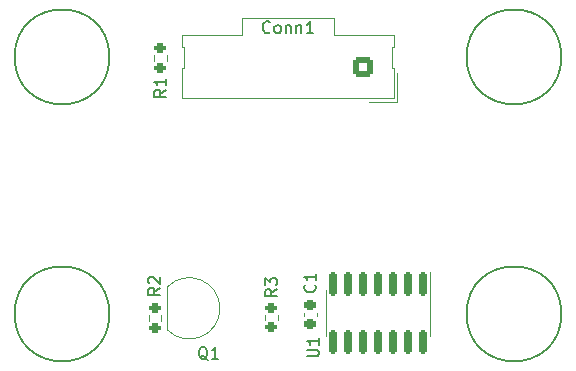
<source format=gto>
G04 #@! TF.GenerationSoftware,KiCad,Pcbnew,(6.0.7)*
G04 #@! TF.CreationDate,2023-04-22T03:18:15-05:00*
G04 #@! TF.ProjectId,CCD_Board,4343445f-426f-4617-9264-2e6b69636164,rev?*
G04 #@! TF.SameCoordinates,Original*
G04 #@! TF.FileFunction,Legend,Top*
G04 #@! TF.FilePolarity,Positive*
%FSLAX46Y46*%
G04 Gerber Fmt 4.6, Leading zero omitted, Abs format (unit mm)*
G04 Created by KiCad (PCBNEW (6.0.7)) date 2023-04-22 03:18:15*
%MOMM*%
%LPD*%
G01*
G04 APERTURE LIST*
G04 Aperture macros list*
%AMRoundRect*
0 Rectangle with rounded corners*
0 $1 Rounding radius*
0 $2 $3 $4 $5 $6 $7 $8 $9 X,Y pos of 4 corners*
0 Add a 4 corners polygon primitive as box body*
4,1,4,$2,$3,$4,$5,$6,$7,$8,$9,$2,$3,0*
0 Add four circle primitives for the rounded corners*
1,1,$1+$1,$2,$3*
1,1,$1+$1,$4,$5*
1,1,$1+$1,$6,$7*
1,1,$1+$1,$8,$9*
0 Add four rect primitives between the rounded corners*
20,1,$1+$1,$2,$3,$4,$5,0*
20,1,$1+$1,$4,$5,$6,$7,0*
20,1,$1+$1,$6,$7,$8,$9,0*
20,1,$1+$1,$8,$9,$2,$3,0*%
G04 Aperture macros list end*
%ADD10C,0.150000*%
%ADD11C,0.120000*%
%ADD12C,2.946400*%
%ADD13RoundRect,0.200000X-0.275000X0.200000X-0.275000X-0.200000X0.275000X-0.200000X0.275000X0.200000X0*%
%ADD14RoundRect,0.200000X0.275000X-0.200000X0.275000X0.200000X-0.275000X0.200000X-0.275000X-0.200000X0*%
%ADD15R,1.300000X1.300000*%
%ADD16C,1.300000*%
%ADD17RoundRect,0.225000X-0.250000X0.225000X-0.250000X-0.225000X0.250000X-0.225000X0.250000X0.225000X0*%
%ADD18RoundRect,0.150000X-0.150000X0.825000X-0.150000X-0.825000X0.150000X-0.825000X0.150000X0.825000X0*%
%ADD19RoundRect,0.250000X0.620000X0.620000X-0.620000X0.620000X-0.620000X-0.620000X0.620000X-0.620000X0*%
%ADD20C,1.740000*%
%ADD21C,1.200000*%
G04 APERTURE END LIST*
D10*
X98242380Y-56681666D02*
X97766190Y-57015000D01*
X98242380Y-57253095D02*
X97242380Y-57253095D01*
X97242380Y-56872142D01*
X97290000Y-56776904D01*
X97337619Y-56729285D01*
X97432857Y-56681666D01*
X97575714Y-56681666D01*
X97670952Y-56729285D01*
X97718571Y-56776904D01*
X97766190Y-56872142D01*
X97766190Y-57253095D01*
X98242380Y-55729285D02*
X98242380Y-56300714D01*
X98242380Y-56015000D02*
X97242380Y-56015000D01*
X97385238Y-56110238D01*
X97480476Y-56205476D01*
X97528095Y-56300714D01*
X107640380Y-73572666D02*
X107164190Y-73906000D01*
X107640380Y-74144095D02*
X106640380Y-74144095D01*
X106640380Y-73763142D01*
X106688000Y-73667904D01*
X106735619Y-73620285D01*
X106830857Y-73572666D01*
X106973714Y-73572666D01*
X107068952Y-73620285D01*
X107116571Y-73667904D01*
X107164190Y-73763142D01*
X107164190Y-74144095D01*
X106640380Y-73239333D02*
X106640380Y-72620285D01*
X107021333Y-72953619D01*
X107021333Y-72810761D01*
X107068952Y-72715523D01*
X107116571Y-72667904D01*
X107211809Y-72620285D01*
X107449904Y-72620285D01*
X107545142Y-72667904D01*
X107592761Y-72715523D01*
X107640380Y-72810761D01*
X107640380Y-73096476D01*
X107592761Y-73191714D01*
X107545142Y-73239333D01*
X101779761Y-79541619D02*
X101684523Y-79494000D01*
X101589285Y-79398761D01*
X101446428Y-79255904D01*
X101351190Y-79208285D01*
X101255952Y-79208285D01*
X101303571Y-79446380D02*
X101208333Y-79398761D01*
X101113095Y-79303523D01*
X101065476Y-79113047D01*
X101065476Y-78779714D01*
X101113095Y-78589238D01*
X101208333Y-78494000D01*
X101303571Y-78446380D01*
X101494047Y-78446380D01*
X101589285Y-78494000D01*
X101684523Y-78589238D01*
X101732142Y-78779714D01*
X101732142Y-79113047D01*
X101684523Y-79303523D01*
X101589285Y-79398761D01*
X101494047Y-79446380D01*
X101303571Y-79446380D01*
X102684523Y-79446380D02*
X102113095Y-79446380D01*
X102398809Y-79446380D02*
X102398809Y-78446380D01*
X102303571Y-78589238D01*
X102208333Y-78684476D01*
X102113095Y-78732095D01*
X110847142Y-73191666D02*
X110894761Y-73239285D01*
X110942380Y-73382142D01*
X110942380Y-73477380D01*
X110894761Y-73620238D01*
X110799523Y-73715476D01*
X110704285Y-73763095D01*
X110513809Y-73810714D01*
X110370952Y-73810714D01*
X110180476Y-73763095D01*
X110085238Y-73715476D01*
X109990000Y-73620238D01*
X109942380Y-73477380D01*
X109942380Y-73382142D01*
X109990000Y-73239285D01*
X110037619Y-73191666D01*
X110942380Y-72239285D02*
X110942380Y-72810714D01*
X110942380Y-72525000D02*
X109942380Y-72525000D01*
X110085238Y-72620238D01*
X110180476Y-72715476D01*
X110228095Y-72810714D01*
X110196380Y-79247904D02*
X111005904Y-79247904D01*
X111101142Y-79200285D01*
X111148761Y-79152666D01*
X111196380Y-79057428D01*
X111196380Y-78866952D01*
X111148761Y-78771714D01*
X111101142Y-78724095D01*
X111005904Y-78676476D01*
X110196380Y-78676476D01*
X111196380Y-77676476D02*
X111196380Y-78247904D01*
X111196380Y-77962190D02*
X110196380Y-77962190D01*
X110339238Y-78057428D01*
X110434476Y-78152666D01*
X110482095Y-78247904D01*
X97755380Y-73445666D02*
X97279190Y-73779000D01*
X97755380Y-74017095D02*
X96755380Y-74017095D01*
X96755380Y-73636142D01*
X96803000Y-73540904D01*
X96850619Y-73493285D01*
X96945857Y-73445666D01*
X97088714Y-73445666D01*
X97183952Y-73493285D01*
X97231571Y-73540904D01*
X97279190Y-73636142D01*
X97279190Y-74017095D01*
X96850619Y-73064714D02*
X96803000Y-73017095D01*
X96755380Y-72921857D01*
X96755380Y-72683761D01*
X96803000Y-72588523D01*
X96850619Y-72540904D01*
X96945857Y-72493285D01*
X97041095Y-72493285D01*
X97183952Y-72540904D01*
X97755380Y-73112333D01*
X97755380Y-72493285D01*
X107061190Y-51780142D02*
X107013571Y-51827761D01*
X106870714Y-51875380D01*
X106775476Y-51875380D01*
X106632619Y-51827761D01*
X106537380Y-51732523D01*
X106489761Y-51637285D01*
X106442142Y-51446809D01*
X106442142Y-51303952D01*
X106489761Y-51113476D01*
X106537380Y-51018238D01*
X106632619Y-50923000D01*
X106775476Y-50875380D01*
X106870714Y-50875380D01*
X107013571Y-50923000D01*
X107061190Y-50970619D01*
X107632619Y-51875380D02*
X107537380Y-51827761D01*
X107489761Y-51780142D01*
X107442142Y-51684904D01*
X107442142Y-51399190D01*
X107489761Y-51303952D01*
X107537380Y-51256333D01*
X107632619Y-51208714D01*
X107775476Y-51208714D01*
X107870714Y-51256333D01*
X107918333Y-51303952D01*
X107965952Y-51399190D01*
X107965952Y-51684904D01*
X107918333Y-51780142D01*
X107870714Y-51827761D01*
X107775476Y-51875380D01*
X107632619Y-51875380D01*
X108394523Y-51208714D02*
X108394523Y-51875380D01*
X108394523Y-51303952D02*
X108442142Y-51256333D01*
X108537380Y-51208714D01*
X108680238Y-51208714D01*
X108775476Y-51256333D01*
X108823095Y-51351571D01*
X108823095Y-51875380D01*
X109299285Y-51208714D02*
X109299285Y-51875380D01*
X109299285Y-51303952D02*
X109346904Y-51256333D01*
X109442142Y-51208714D01*
X109585000Y-51208714D01*
X109680238Y-51256333D01*
X109727857Y-51351571D01*
X109727857Y-51875380D01*
X110727857Y-51875380D02*
X110156428Y-51875380D01*
X110442142Y-51875380D02*
X110442142Y-50875380D01*
X110346904Y-51018238D01*
X110251666Y-51113476D01*
X110156428Y-51161095D01*
X93465780Y-75647420D02*
G75*
G03*
X93465780Y-75647420I-4013200J0D01*
G01*
D11*
X97267500Y-53737742D02*
X97267500Y-54212258D01*
X98312500Y-53737742D02*
X98312500Y-54212258D01*
X106665500Y-76183258D02*
X106665500Y-75708742D01*
X107710500Y-76183258D02*
X107710500Y-75708742D01*
X98374000Y-73384000D02*
X98374000Y-76984000D01*
X102824001Y-75184000D02*
G75*
G03*
X98385522Y-73345522I-2600001J0D01*
G01*
X98385522Y-77022478D02*
G75*
G03*
X102824000Y-75184000I1838478J1838478D01*
G01*
D10*
X93465780Y-53892580D02*
G75*
G03*
X93465780Y-53892580I-4013200J0D01*
G01*
X131730620Y-53892580D02*
G75*
G03*
X131730620Y-53892580I-4013200J0D01*
G01*
D11*
X109980000Y-75564420D02*
X109980000Y-75845580D01*
X111000000Y-75564420D02*
X111000000Y-75845580D01*
X120640000Y-75565000D02*
X120640000Y-77515000D01*
X120640000Y-75565000D02*
X120640000Y-72115000D01*
X111770000Y-75565000D02*
X111770000Y-73615000D01*
X111770000Y-75565000D02*
X111770000Y-77515000D01*
X97825500Y-75771742D02*
X97825500Y-76246258D01*
X96780500Y-75771742D02*
X96780500Y-76246258D01*
D10*
X131730620Y-75647420D02*
G75*
G03*
X131730620Y-75647420I-4013200J0D01*
G01*
D11*
X104665000Y-50565000D02*
X104665000Y-52065000D01*
X112505000Y-50565000D02*
X104665000Y-50565000D01*
X112505000Y-52065000D02*
X112505000Y-50565000D01*
X99625000Y-57385000D02*
X117545000Y-57385000D01*
X117545000Y-54855000D02*
X117415000Y-54855000D01*
X117415000Y-54855000D02*
X117415000Y-53045000D01*
X99755000Y-53045000D02*
X99755000Y-54855000D01*
X117545000Y-52065000D02*
X112505000Y-52065000D01*
X104665000Y-52065000D02*
X99625000Y-52065000D01*
X99625000Y-53045000D02*
X99755000Y-53045000D01*
X117845000Y-55275000D02*
X117845000Y-57685000D01*
X117845000Y-57685000D02*
X115435000Y-57685000D01*
X117545000Y-57385000D02*
X117545000Y-54855000D01*
X117545000Y-53045000D02*
X117545000Y-52065000D01*
X99625000Y-52065000D02*
X99625000Y-53045000D01*
X117415000Y-53045000D02*
X117545000Y-53045000D01*
X99625000Y-54855000D02*
X99625000Y-57385000D01*
X99755000Y-54855000D02*
X99625000Y-54855000D01*
%LPC*%
D12*
X89452580Y-75647420D03*
D13*
X97790000Y-53150000D03*
X97790000Y-54800000D03*
D14*
X107188000Y-76771000D03*
X107188000Y-75121000D03*
D15*
X100224000Y-73914000D03*
D16*
X101494000Y-75184000D03*
X100224000Y-76454000D03*
D12*
X89452580Y-53892580D03*
X127717420Y-53892580D03*
D17*
X110490000Y-74930000D03*
X110490000Y-76480000D03*
D18*
X120015000Y-73090000D03*
X118745000Y-73090000D03*
X117475000Y-73090000D03*
X116205000Y-73090000D03*
X114935000Y-73090000D03*
X113665000Y-73090000D03*
X112395000Y-73090000D03*
X112395000Y-78040000D03*
X113665000Y-78040000D03*
X114935000Y-78040000D03*
X116205000Y-78040000D03*
X117475000Y-78040000D03*
X118745000Y-78040000D03*
X120015000Y-78040000D03*
D13*
X97303000Y-75184000D03*
X97303000Y-76834000D03*
D12*
X127717420Y-75647420D03*
D19*
X114935000Y-54725000D03*
D20*
X112395000Y-54725000D03*
X109855000Y-54725000D03*
X107315000Y-54725000D03*
X104775000Y-54725000D03*
X102235000Y-54725000D03*
D21*
X95857000Y-59690000D03*
X98397000Y-59690000D03*
X100937000Y-59690000D03*
X103477000Y-59690000D03*
X106017000Y-59690000D03*
X108557000Y-59690000D03*
X111097000Y-59690000D03*
X113637000Y-59690000D03*
X116177000Y-59690000D03*
X118717000Y-59690000D03*
X121257000Y-59690000D03*
X121257000Y-69850000D03*
X118717000Y-69850000D03*
X116177000Y-69850000D03*
X113637000Y-69850000D03*
X111097000Y-69850000D03*
X108557000Y-69850000D03*
X106017000Y-69850000D03*
X103477000Y-69850000D03*
X100937000Y-69850000D03*
X98397000Y-69850000D03*
X95857000Y-69850000D03*
M02*

</source>
